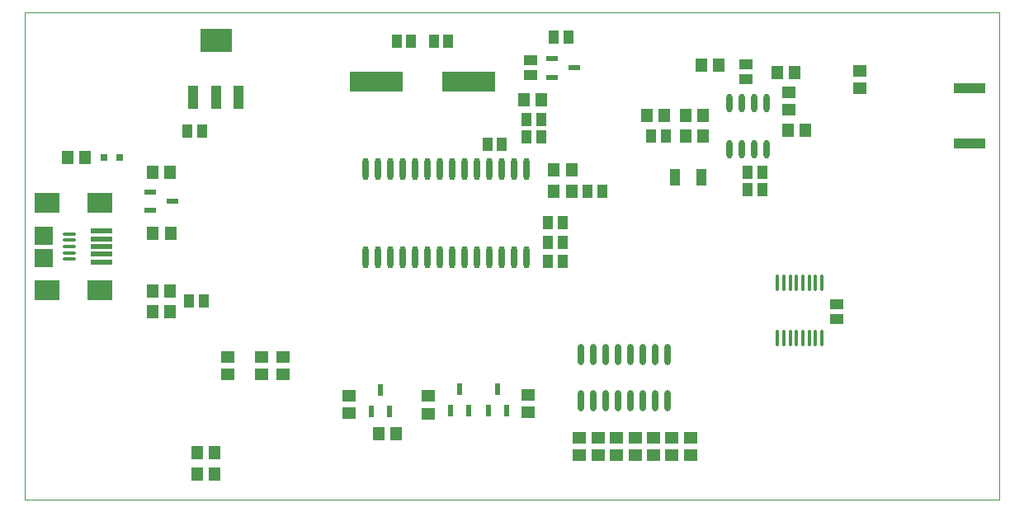
<source format=gtp>
%FSTAX24Y24*%
%MOIN*%
%SFA1B1*%

%IPPOS*%
%ADD10R,0.047200X0.055100*%
%ADD11R,0.043300X0.055100*%
%ADD12R,0.055100X0.043300*%
%ADD13R,0.043300X0.066900*%
%ADD14R,0.098400X0.078700*%
%ADD15R,0.090600X0.019700*%
%ADD16R,0.074800X0.074800*%
%ADD17O,0.053200X0.015700*%
%ADD18O,0.023600X0.090600*%
%ADD19R,0.129900X0.094500*%
%ADD20R,0.039400X0.094500*%
%ADD21R,0.045300X0.023600*%
%ADD22R,0.031500X0.031500*%
%ADD23R,0.055100X0.047200*%
%ADD24R,0.023600X0.045300*%
%ADD25O,0.023600X0.086600*%
%ADD26R,0.216500X0.078700*%
%ADD27O,0.023600X0.074800*%
%ADD28R,0.129900X0.043300*%
%ADD29O,0.013800X0.066900*%
%ADD38C,0.003900*%
%LNdummyv1-1*%
%LPD*%
G54D10*
X005886Y010768D03*
X005177D03*
X027333Y017539D03*
X028041D03*
X031535Y014931D03*
X030827D03*
X022087Y012441D03*
X021378D03*
X005866Y013228D03*
X005157D03*
X002441Y013819D03*
X001732D03*
X005157Y008425D03*
X005866D03*
Y007598D03*
X005157D03*
X007677Y001024D03*
X006969D03*
Y00189D03*
X007677D03*
X015Y002638D03*
X014291D03*
X021378Y013307D03*
X022087D03*
X020167Y016142D03*
X020876D03*
X030394Y017244D03*
X031102D03*
X026693Y015512D03*
X027402D03*
Y014685D03*
X026693D03*
X025827Y015512D03*
X025118D03*
G54D11*
X018681Y014341D03*
X019272D03*
X006634Y008031D03*
X007224D03*
X021122Y009606D03*
X021713D03*
X021122Y010394D03*
X021713D03*
X021122Y011181D03*
X021713D03*
X022736Y012441D03*
X023327D03*
X020266Y014665D03*
X020856D03*
X020266Y015354D03*
X020856D03*
X021969Y018701D03*
X021378D03*
X017106Y018504D03*
X016516D03*
X01502D03*
X01561D03*
X029193Y01252D03*
X029783D03*
Y013228D03*
X029193D03*
X025886Y014685D03*
X025295D03*
X007146Y014892D03*
X006555D03*
G54D12*
X029124Y017589D03*
Y016998D03*
X020443Y017165D03*
Y017756D03*
X032795Y007894D03*
Y007303D03*
G54D13*
X027323Y013022D03*
X02626D03*
G54D14*
X003044Y00847D03*
Y011974D03*
X000879D03*
Y00847D03*
G54D15*
X003083Y009592D03*
Y009907D03*
Y010222D03*
Y010537D03*
Y010852D03*
G54D16*
X000748Y009764D03*
Y010669D03*
G54D17*
X001801Y009705D03*
Y009961D03*
Y010217D03*
Y010472D03*
Y010728D03*
G54D18*
X013758Y009783D03*
X014258D03*
X014758D03*
X015258D03*
X015758D03*
X016258D03*
X016758D03*
X017258D03*
X017758D03*
X018258D03*
X018758D03*
X019258D03*
X019758D03*
X020258D03*
X013758Y013366D03*
X014258D03*
X014758D03*
X015258D03*
X015758D03*
X016258D03*
X016758D03*
X017258D03*
X017758D03*
X018258D03*
X018758D03*
X019258D03*
X019758D03*
X020258D03*
G54D19*
X007717Y018543D03*
G54D20*
X008622Y01626D03*
X007717D03*
X006811D03*
G54D21*
X005955Y012047D03*
X005069Y011673D03*
Y012421D03*
X021309Y017815D03*
Y017067D03*
X022195Y017441D03*
G54D22*
X003819Y013819D03*
X003189D03*
G54D23*
X008189Y005039D03*
Y005748D03*
X009567Y005039D03*
Y005748D03*
X010433Y005039D03*
Y005748D03*
X013091Y004193D03*
Y003484D03*
X016299Y003465D03*
Y004173D03*
X020315Y003504D03*
Y004213D03*
X02315Y00248D03*
Y001772D03*
X024646Y00248D03*
Y001772D03*
X02689Y00248D03*
Y001772D03*
X026142Y00248D03*
Y001772D03*
X022402Y00248D03*
Y001772D03*
X023898Y00248D03*
Y001772D03*
X025394Y00248D03*
Y001772D03*
X030866Y015748D03*
Y016457D03*
X03374Y016614D03*
Y017323D03*
G54D24*
X013996Y003543D03*
X014744D03*
X01437Y004429D03*
X017185Y003573D03*
X017933D03*
X017559Y004459D03*
X01872Y003573D03*
X019468D03*
X019094Y004459D03*
G54D25*
X025976Y005862D03*
X025476D03*
X024976D03*
X024476D03*
X023976D03*
X023476D03*
X022976D03*
X022476D03*
X025976Y003972D03*
X025476D03*
X024976D03*
X024476D03*
X023976D03*
X023476D03*
X022976D03*
X022476D03*
G54D26*
X017933Y01689D03*
X014193D03*
G54D27*
X029963Y016004D03*
X029463D03*
X028963D03*
X028463D03*
X029963Y014154D03*
X029463D03*
X028963D03*
X028463D03*
G54D28*
X03815Y01439D03*
Y016634D03*
G54D29*
X030404Y006516D03*
X030659D03*
X030915D03*
X031171D03*
X031427D03*
X031683D03*
X031939D03*
X032195D03*
X030404Y00876D03*
X030659D03*
X030915D03*
X031171D03*
X031427D03*
X031683D03*
X031939D03*
X032195D03*
G54D38*
X0Y0D02*
Y019685D01*
X03937*
Y0D02*
Y019685D01*
X0Y0D02*
X03937D01*
M02*
</source>
